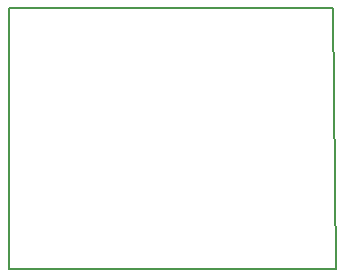
<source format=gko>
G04 #@! TF.GenerationSoftware,KiCad,Pcbnew,5.0.1*
G04 #@! TF.CreationDate,2018-12-27T15:17:57+01:00*
G04 #@! TF.ProjectId,BiasT,42696173542E6B696361645F70636200,rev?*
G04 #@! TF.SameCoordinates,Original*
G04 #@! TF.FileFunction,Profile,NP*
%FSLAX46Y46*%
G04 Gerber Fmt 4.6, Leading zero omitted, Abs format (unit mm)*
G04 Created by KiCad (PCBNEW 5.0.1) date Do 27 Dez 2018 15:17:57 CET*
%MOMM*%
%LPD*%
G01*
G04 APERTURE LIST*
%ADD10C,0.150000*%
G04 APERTURE END LIST*
D10*
X131064000Y-91440000D02*
X131064000Y-69342000D01*
X158750000Y-91440000D02*
X131064000Y-91440000D01*
X158496000Y-69342000D02*
X158750000Y-91440000D01*
X131064000Y-69342000D02*
X158496000Y-69342000D01*
M02*

</source>
